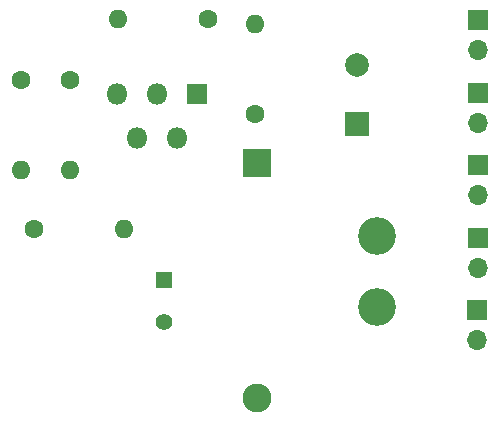
<source format=gbr>
%TF.GenerationSoftware,KiCad,Pcbnew,8.0.8*%
%TF.CreationDate,2025-04-08T15:59:02-04:00*%
%TF.ProjectId,Power System,506f7765-7220-4537-9973-74656d2e6b69,rev?*%
%TF.SameCoordinates,Original*%
%TF.FileFunction,Soldermask,Top*%
%TF.FilePolarity,Negative*%
%FSLAX46Y46*%
G04 Gerber Fmt 4.6, Leading zero omitted, Abs format (unit mm)*
G04 Created by KiCad (PCBNEW 8.0.8) date 2025-04-08 15:59:02*
%MOMM*%
%LPD*%
G01*
G04 APERTURE LIST*
G04 Aperture macros list*
%AMRoundRect*
0 Rectangle with rounded corners*
0 $1 Rounding radius*
0 $2 $3 $4 $5 $6 $7 $8 $9 X,Y pos of 4 corners*
0 Add a 4 corners polygon primitive as box body*
4,1,4,$2,$3,$4,$5,$6,$7,$8,$9,$2,$3,0*
0 Add four circle primitives for the rounded corners*
1,1,$1+$1,$2,$3*
1,1,$1+$1,$4,$5*
1,1,$1+$1,$6,$7*
1,1,$1+$1,$8,$9*
0 Add four rect primitives between the rounded corners*
20,1,$1+$1,$2,$3,$4,$5,0*
20,1,$1+$1,$4,$5,$6,$7,0*
20,1,$1+$1,$6,$7,$8,$9,0*
20,1,$1+$1,$8,$9,$2,$3,0*%
G04 Aperture macros list end*
%ADD10RoundRect,0.102000X-0.600000X0.600000X-0.600000X-0.600000X0.600000X-0.600000X0.600000X0.600000X0*%
%ADD11C,1.404000*%
%ADD12C,1.600000*%
%ADD13O,1.600000X1.600000*%
%ADD14C,3.200000*%
%ADD15R,1.700000X1.700000*%
%ADD16O,1.700000X1.700000*%
%ADD17RoundRect,0.102000X-1.125000X1.125000X-1.125000X-1.125000X1.125000X-1.125000X1.125000X1.125000X0*%
%ADD18C,2.454000*%
%ADD19R,1.800000X1.800000*%
%ADD20O,1.800000X1.800000*%
%ADD21R,2.000000X2.000000*%
%ADD22C,2.000000*%
G04 APERTURE END LIST*
D10*
%TO.C,C2*%
X175900000Y-46187500D03*
D11*
X175900000Y-49687500D03*
%TD*%
D12*
%TO.C,R3*%
X167950000Y-29250000D03*
D13*
X167950000Y-36870000D03*
%TD*%
D12*
%TO.C,R2*%
X179610000Y-24100000D03*
D13*
X171990000Y-24100000D03*
%TD*%
D14*
%TO.C,L1*%
X193900000Y-48450000D03*
X193900000Y-42450000D03*
%TD*%
D12*
%TO.C,R1*%
X183600000Y-32110000D03*
D13*
X183600000Y-24490000D03*
%TD*%
D15*
%TO.C,J2*%
X202425000Y-36450000D03*
D16*
X202425000Y-38990000D03*
%TD*%
D12*
%TO.C,R2-2*%
X164840000Y-41850000D03*
D13*
X172460000Y-41850000D03*
%TD*%
D17*
%TO.C,D1*%
X183750000Y-36300000D03*
D18*
X183750000Y-56200000D03*
%TD*%
D15*
%TO.C,J1*%
X202425000Y-30310000D03*
D16*
X202425000Y-32850000D03*
%TD*%
D19*
%TO.C,U1*%
X178700000Y-30450000D03*
D20*
X177000000Y-34150000D03*
X175300000Y-30450000D03*
X173600000Y-34150000D03*
X171900000Y-30450000D03*
%TD*%
D15*
%TO.C,J3*%
X202425000Y-42610000D03*
D16*
X202425000Y-45150000D03*
%TD*%
D12*
%TO.C,R2-1*%
X163800000Y-29240000D03*
D13*
X163800000Y-36860000D03*
%TD*%
D15*
%TO.C,J5*%
X202425000Y-24200000D03*
D16*
X202425000Y-26740000D03*
%TD*%
D15*
%TO.C,J4*%
X202400000Y-48750000D03*
D16*
X202400000Y-51290000D03*
%TD*%
D21*
%TO.C,C1*%
X192200000Y-32967677D03*
D22*
X192200000Y-27967677D03*
%TD*%
M02*

</source>
